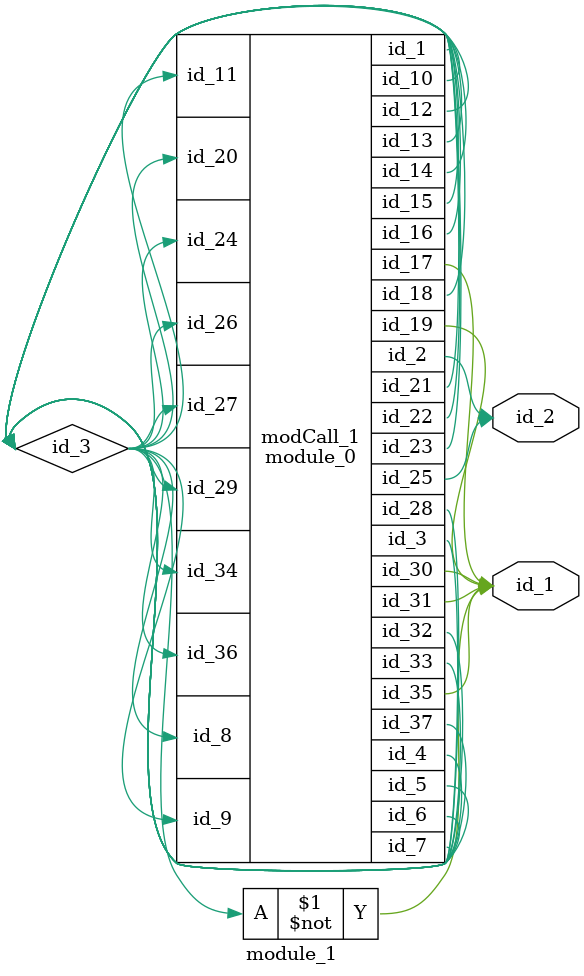
<source format=v>
module module_0 (
    id_1,
    id_2,
    id_3,
    id_4,
    id_5,
    id_6,
    id_7,
    id_8,
    id_9,
    id_10,
    id_11,
    id_12,
    id_13,
    id_14,
    id_15,
    id_16,
    id_17,
    id_18,
    id_19,
    id_20,
    id_21,
    id_22,
    id_23,
    id_24,
    id_25,
    id_26,
    id_27,
    id_28,
    id_29,
    id_30,
    id_31,
    id_32,
    id_33,
    id_34,
    id_35,
    id_36,
    id_37
);
  inout wire id_37;
  input wire id_36;
  output wire id_35;
  input wire id_34;
  output wire id_33;
  inout wire id_32;
  output wire id_31;
  output wire id_30;
  input wire id_29;
  output wire id_28;
  input wire id_27;
  input wire id_26;
  output wire id_25;
  input wire id_24;
  inout wire id_23;
  inout wire id_22;
  inout wire id_21;
  input wire id_20;
  output wire id_19;
  inout wire id_18;
  output wire id_17;
  inout wire id_16;
  inout wire id_15;
  inout wire id_14;
  inout wire id_13;
  inout wire id_12;
  input wire id_11;
  output wire id_10;
  input wire id_9;
  input wire id_8;
  output wire id_7;
  inout wire id_6;
  inout wire id_5;
  inout wire id_4;
  inout wire id_3;
  output wire id_2;
  inout wire id_1;
endmodule
module module_1 (
    id_1,
    id_2
);
  output wire id_2;
  output wire id_1;
  wire id_3;
  module_0 modCall_1 (
      id_3,
      id_2,
      id_3,
      id_3,
      id_3,
      id_3,
      id_3,
      id_3,
      id_3,
      id_3,
      id_3,
      id_3,
      id_3,
      id_3,
      id_3,
      id_3,
      id_1,
      id_3,
      id_1,
      id_3,
      id_3,
      id_3,
      id_3,
      id_3,
      id_2,
      id_3,
      id_3,
      id_3,
      id_3,
      id_1,
      id_1,
      id_3,
      id_3,
      id_3,
      id_1,
      id_3,
      id_3
  );
  wire id_4;
  wand id_5 = $realtime;
  not primCall (id_1, id_3);
  wire  id_6  ,  id_7  ,  id_8  ,  id_9  ,  id_10  ,  id_11  ,  id_12  ,  id_13  ,  id_14  ,  id_15  ,  id_16  ,  id_17  ,  id_18  ,  id_19  ,  id_20  ,  id_21  ,  id_22  ,  id_23  ,  id_24  ,  id_25  ,  id_26  ;
endmodule

</source>
